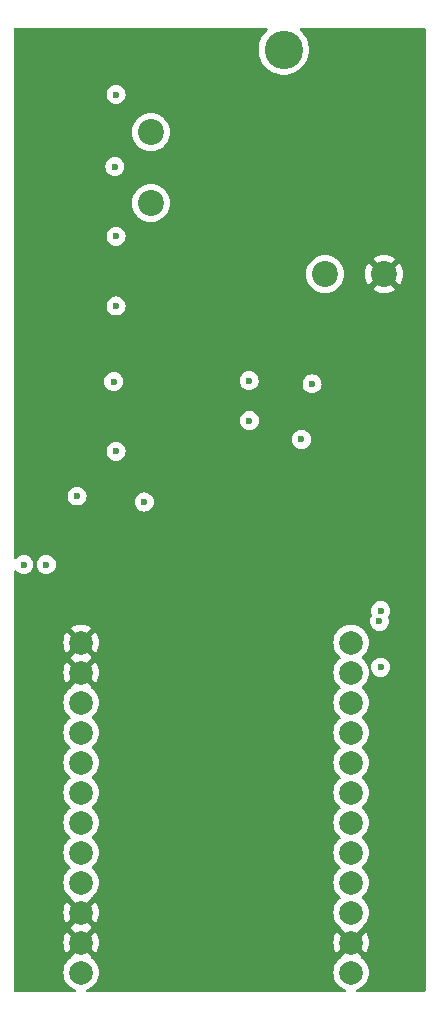
<source format=gbr>
%TF.GenerationSoftware,KiCad,Pcbnew,8.0.7*%
%TF.CreationDate,2024-12-30T07:44:03-08:00*%
%TF.ProjectId,motion-play-v3,6d6f7469-6f6e-42d7-906c-61792d76332e,rev?*%
%TF.SameCoordinates,Original*%
%TF.FileFunction,Copper,L2,Inr*%
%TF.FilePolarity,Positive*%
%FSLAX46Y46*%
G04 Gerber Fmt 4.6, Leading zero omitted, Abs format (unit mm)*
G04 Created by KiCad (PCBNEW 8.0.7) date 2024-12-30 07:44:03*
%MOMM*%
%LPD*%
G01*
G04 APERTURE LIST*
%TA.AperFunction,ComponentPad*%
%ADD10C,2.200000*%
%TD*%
%TA.AperFunction,WasherPad*%
%ADD11C,3.250000*%
%TD*%
%TA.AperFunction,ComponentPad*%
%ADD12C,2.000000*%
%TD*%
%TA.AperFunction,ViaPad*%
%ADD13C,0.600000*%
%TD*%
G04 APERTURE END LIST*
D10*
%TO.N,N/C*%
%TO.C,J2*%
X147747500Y-68887500D03*
X147747500Y-74887500D03*
%TO.N,/+5V*%
X162497500Y-80887500D03*
%TO.N,/GND*%
X167497500Y-80887500D03*
D11*
%TO.N,*%
X158997500Y-61887500D03*
%TD*%
D12*
%TO.N,Net-(3V2-Pad1)*%
%TO.C,U2*%
X164700000Y-112100000D03*
%TO.N,Net-(U2-1)*%
X164700000Y-114640000D03*
%TO.N,Net-(J3-Pin_2)*%
X164700000Y-117180000D03*
%TO.N,Net-(U2-3)*%
X164700000Y-119720000D03*
%TO.N,Net-(U2-10)*%
X164700000Y-122260000D03*
%TO.N,Net-(J4-Pin_3)*%
X164700000Y-124800000D03*
%TO.N,Net-(J6-Pin_3)*%
X164700000Y-127340000D03*
%TO.N,Net-(J8-Pin_3)*%
X164700000Y-129880000D03*
%TO.N,unconnected-(U2-NC-Pad9)*%
X164700000Y-132420000D03*
%TO.N,unconnected-(U2-NC-Pad10)*%
X164700000Y-134960000D03*
%TO.N,/GND*%
X164700000Y-137500000D03*
%TO.N,/+5V*%
X164700000Y-140040000D03*
%TO.N,/GND*%
X141838136Y-112100000D03*
X141838136Y-114640000D03*
%TO.N,/SDA*%
X141838136Y-117180000D03*
%TO.N,/SCL*%
X141838136Y-119720000D03*
%TO.N,Net-(U2-18)*%
X141838136Y-122260000D03*
%TO.N,Net-(U2-17)*%
X141838136Y-124800000D03*
%TO.N,Net-(U2-21)*%
X141838136Y-127340000D03*
%TO.N,Net-(U2-16)*%
X141838136Y-129880000D03*
%TO.N,unconnected-(U2-NC-Pad21)*%
X141838136Y-132420000D03*
%TO.N,/GND*%
X141838136Y-134960000D03*
X141838136Y-137500000D03*
%TO.N,Net-(3V1-Pad1)*%
X141838136Y-140040000D03*
%TD*%
D13*
%TO.N,/+3.3V*%
X156100000Y-93300000D03*
%TO.N,Net-(U2-18)*%
X167200000Y-109400000D03*
%TO.N,Net-(U2-17)*%
X167100000Y-110300000D03*
%TO.N,Net-(U2-21)*%
X167200000Y-114200000D03*
%TO.N,/GND*%
X161400000Y-86200000D03*
%TO.N,/+3.3V*%
X137000000Y-105500000D03*
X138900000Y-105500000D03*
%TO.N,/GND*%
X141500000Y-100700000D03*
%TO.N,/+3.3V*%
X141500000Y-99700000D03*
X156075000Y-89922500D03*
%TO.N,/GND*%
X154125001Y-90049173D03*
X148875000Y-86322500D03*
X155475000Y-87022500D03*
X156075000Y-86422500D03*
%TO.N,/+3.3V*%
X144800000Y-65700000D03*
X144700000Y-71800000D03*
X144800000Y-77700000D03*
X144800000Y-83600000D03*
X144600000Y-90000000D03*
X144800000Y-95900000D03*
X147197500Y-100200000D03*
%TO.N,/GND*%
X151097500Y-100200000D03*
X152597500Y-100400000D03*
X162597500Y-100200000D03*
%TO.N,/+5V*%
X160497500Y-94900000D03*
X161397500Y-90200000D03*
%TD*%
%TA.AperFunction,Conductor*%
%TO.N,/GND*%
G36*
X157605619Y-60070185D02*
G01*
X157651374Y-60122989D01*
X157661318Y-60192147D01*
X157632293Y-60255703D01*
X157616840Y-60270683D01*
X157571563Y-60307518D01*
X157543346Y-60330475D01*
X157344867Y-60542994D01*
X157177192Y-60780536D01*
X157177188Y-60780542D01*
X157043409Y-61038723D01*
X156946037Y-61312701D01*
X156946032Y-61312717D01*
X156886876Y-61597398D01*
X156886875Y-61597400D01*
X156867033Y-61887500D01*
X156886875Y-62177599D01*
X156886876Y-62177601D01*
X156946032Y-62462282D01*
X156946037Y-62462298D01*
X157043410Y-62736276D01*
X157043409Y-62736276D01*
X157177188Y-62994457D01*
X157177192Y-62994463D01*
X157344867Y-63232005D01*
X157344871Y-63232009D01*
X157344873Y-63232012D01*
X157543343Y-63444522D01*
X157543348Y-63444526D01*
X157543350Y-63444528D01*
X157768895Y-63628022D01*
X157768898Y-63628024D01*
X157768902Y-63628027D01*
X157899240Y-63707287D01*
X158017348Y-63779111D01*
X158284045Y-63894954D01*
X158284050Y-63894956D01*
X158564044Y-63973406D01*
X158817301Y-64008215D01*
X158852111Y-64013000D01*
X158852112Y-64013000D01*
X159142889Y-64013000D01*
X159173945Y-64008731D01*
X159430956Y-63973406D01*
X159710950Y-63894956D01*
X159977653Y-63779110D01*
X160226098Y-63628027D01*
X160451657Y-63444522D01*
X160650127Y-63232012D01*
X160817812Y-62994456D01*
X160951588Y-62736280D01*
X160951588Y-62736279D01*
X160951590Y-62736276D01*
X161048962Y-62462298D01*
X161048967Y-62462282D01*
X161081501Y-62305715D01*
X161108124Y-62177599D01*
X161127967Y-61887500D01*
X161108124Y-61597401D01*
X161090967Y-61514838D01*
X161048967Y-61312717D01*
X161048962Y-61312701D01*
X160951589Y-61038723D01*
X160951590Y-61038723D01*
X160817811Y-60780542D01*
X160817807Y-60780536D01*
X160650132Y-60542994D01*
X160650128Y-60542990D01*
X160650127Y-60542988D01*
X160451657Y-60330478D01*
X160378163Y-60270686D01*
X160338585Y-60213111D01*
X160336416Y-60143275D01*
X160372347Y-60083353D01*
X160434971Y-60052369D01*
X160456420Y-60050500D01*
X170888000Y-60050500D01*
X170955039Y-60070185D01*
X171000794Y-60122989D01*
X171012000Y-60174500D01*
X171012000Y-141575500D01*
X170992315Y-141642539D01*
X170939511Y-141688294D01*
X170888000Y-141699500D01*
X165230333Y-141699500D01*
X165163294Y-141679815D01*
X165117539Y-141627011D01*
X165107595Y-141557853D01*
X165136620Y-141494297D01*
X165190070Y-141458219D01*
X165243650Y-141439824D01*
X165304810Y-141418828D01*
X165523509Y-141300474D01*
X165719744Y-141147738D01*
X165888164Y-140964785D01*
X166024173Y-140756607D01*
X166124063Y-140528881D01*
X166185108Y-140287821D01*
X166205643Y-140040000D01*
X166185108Y-139792179D01*
X166124063Y-139551119D01*
X166024173Y-139323393D01*
X165888166Y-139115217D01*
X165867860Y-139093159D01*
X165719744Y-138932262D01*
X165673255Y-138896078D01*
X165616254Y-138851712D01*
X165575441Y-138795002D01*
X165568655Y-138746176D01*
X165570055Y-138723608D01*
X164829408Y-137982962D01*
X164892993Y-137965925D01*
X165007007Y-137900099D01*
X165100099Y-137807007D01*
X165165925Y-137692993D01*
X165182962Y-137629409D01*
X165923435Y-138369882D01*
X166023733Y-138216364D01*
X166123587Y-137988717D01*
X166184612Y-137747738D01*
X166184614Y-137747729D01*
X166205141Y-137500005D01*
X166205141Y-137499994D01*
X166184614Y-137252270D01*
X166184612Y-137252261D01*
X166123587Y-137011282D01*
X166023732Y-136783632D01*
X165923435Y-136630116D01*
X165182962Y-137370590D01*
X165165925Y-137307007D01*
X165100099Y-137192993D01*
X165007007Y-137099901D01*
X164892993Y-137034075D01*
X164829409Y-137017037D01*
X165570055Y-136276389D01*
X165568654Y-136253825D01*
X165584146Y-136185694D01*
X165616249Y-136148290D01*
X165719744Y-136067738D01*
X165888164Y-135884785D01*
X166024173Y-135676607D01*
X166124063Y-135448881D01*
X166185108Y-135207821D01*
X166205643Y-134960000D01*
X166189651Y-134767007D01*
X166185109Y-134712187D01*
X166185107Y-134712175D01*
X166124063Y-134471118D01*
X166024173Y-134243393D01*
X165888166Y-134035217D01*
X165782561Y-133920500D01*
X165719744Y-133852262D01*
X165636991Y-133787852D01*
X165596179Y-133731143D01*
X165592504Y-133661370D01*
X165627136Y-133600687D01*
X165636985Y-133592151D01*
X165719744Y-133527738D01*
X165888164Y-133344785D01*
X166024173Y-133136607D01*
X166124063Y-132908881D01*
X166185108Y-132667821D01*
X166205643Y-132420000D01*
X166185108Y-132172179D01*
X166124063Y-131931119D01*
X166024173Y-131703393D01*
X165888166Y-131495217D01*
X165866557Y-131471744D01*
X165719744Y-131312262D01*
X165636991Y-131247852D01*
X165596179Y-131191143D01*
X165592504Y-131121370D01*
X165627136Y-131060687D01*
X165636985Y-131052151D01*
X165719744Y-130987738D01*
X165888164Y-130804785D01*
X166024173Y-130596607D01*
X166124063Y-130368881D01*
X166185108Y-130127821D01*
X166205643Y-129880000D01*
X166185108Y-129632179D01*
X166124063Y-129391119D01*
X166024173Y-129163393D01*
X165888166Y-128955217D01*
X165866557Y-128931744D01*
X165719744Y-128772262D01*
X165636991Y-128707852D01*
X165596179Y-128651143D01*
X165592504Y-128581370D01*
X165627136Y-128520687D01*
X165636985Y-128512151D01*
X165719744Y-128447738D01*
X165888164Y-128264785D01*
X166024173Y-128056607D01*
X166124063Y-127828881D01*
X166185108Y-127587821D01*
X166205643Y-127340000D01*
X166185108Y-127092179D01*
X166124063Y-126851119D01*
X166024173Y-126623393D01*
X165888166Y-126415217D01*
X165866557Y-126391744D01*
X165719744Y-126232262D01*
X165636991Y-126167852D01*
X165596179Y-126111143D01*
X165592504Y-126041370D01*
X165627136Y-125980687D01*
X165636985Y-125972151D01*
X165719744Y-125907738D01*
X165888164Y-125724785D01*
X166024173Y-125516607D01*
X166124063Y-125288881D01*
X166185108Y-125047821D01*
X166205643Y-124800000D01*
X166185108Y-124552179D01*
X166124063Y-124311119D01*
X166024173Y-124083393D01*
X165888166Y-123875217D01*
X165866557Y-123851744D01*
X165719744Y-123692262D01*
X165636991Y-123627852D01*
X165596179Y-123571143D01*
X165592504Y-123501370D01*
X165627136Y-123440687D01*
X165636985Y-123432151D01*
X165719744Y-123367738D01*
X165888164Y-123184785D01*
X166024173Y-122976607D01*
X166124063Y-122748881D01*
X166185108Y-122507821D01*
X166205643Y-122260000D01*
X166185108Y-122012179D01*
X166124063Y-121771119D01*
X166024173Y-121543393D01*
X165888166Y-121335217D01*
X165866557Y-121311744D01*
X165719744Y-121152262D01*
X165636991Y-121087852D01*
X165596179Y-121031143D01*
X165592504Y-120961370D01*
X165627136Y-120900687D01*
X165636985Y-120892151D01*
X165719744Y-120827738D01*
X165888164Y-120644785D01*
X166024173Y-120436607D01*
X166124063Y-120208881D01*
X166185108Y-119967821D01*
X166205643Y-119720000D01*
X166185108Y-119472179D01*
X166124063Y-119231119D01*
X166024173Y-119003393D01*
X165888166Y-118795217D01*
X165866557Y-118771744D01*
X165719744Y-118612262D01*
X165636991Y-118547852D01*
X165596179Y-118491143D01*
X165592504Y-118421370D01*
X165627136Y-118360687D01*
X165636985Y-118352151D01*
X165719744Y-118287738D01*
X165888164Y-118104785D01*
X166024173Y-117896607D01*
X166124063Y-117668881D01*
X166185108Y-117427821D01*
X166205643Y-117180000D01*
X166185108Y-116932179D01*
X166124063Y-116691119D01*
X166024173Y-116463393D01*
X165888166Y-116255217D01*
X165866557Y-116231744D01*
X165719744Y-116072262D01*
X165636991Y-116007852D01*
X165596179Y-115951143D01*
X165592504Y-115881370D01*
X165627136Y-115820687D01*
X165636985Y-115812151D01*
X165719744Y-115747738D01*
X165888164Y-115564785D01*
X166024173Y-115356607D01*
X166124063Y-115128881D01*
X166185108Y-114887821D01*
X166189651Y-114832993D01*
X166205643Y-114640005D01*
X166205643Y-114639994D01*
X166192706Y-114483869D01*
X166206787Y-114415433D01*
X166255632Y-114365474D01*
X166323733Y-114349853D01*
X166389469Y-114373530D01*
X166431968Y-114428988D01*
X166433323Y-114432674D01*
X166474209Y-114549519D01*
X166531062Y-114640000D01*
X166570184Y-114702262D01*
X166697738Y-114829816D01*
X166850478Y-114925789D01*
X166911116Y-114947007D01*
X167020745Y-114985368D01*
X167020750Y-114985369D01*
X167199996Y-115005565D01*
X167200000Y-115005565D01*
X167200004Y-115005565D01*
X167379249Y-114985369D01*
X167379252Y-114985368D01*
X167379255Y-114985368D01*
X167549522Y-114925789D01*
X167702262Y-114829816D01*
X167829816Y-114702262D01*
X167925789Y-114549522D01*
X167985368Y-114379255D01*
X167988681Y-114349853D01*
X168005565Y-114200003D01*
X168005565Y-114199996D01*
X167985369Y-114020750D01*
X167985368Y-114020745D01*
X167925788Y-113850476D01*
X167875294Y-113770116D01*
X167829816Y-113697738D01*
X167702262Y-113570184D01*
X167641908Y-113532261D01*
X167549523Y-113474211D01*
X167379254Y-113414631D01*
X167379249Y-113414630D01*
X167200004Y-113394435D01*
X167199996Y-113394435D01*
X167020750Y-113414630D01*
X167020745Y-113414631D01*
X166850476Y-113474211D01*
X166697737Y-113570184D01*
X166570184Y-113697737D01*
X166474211Y-113850476D01*
X166414631Y-114020745D01*
X166414630Y-114020750D01*
X166394435Y-114199996D01*
X166394435Y-114200003D01*
X166397114Y-114223781D01*
X166385059Y-114292603D01*
X166337710Y-114343982D01*
X166270100Y-114361606D01*
X166203694Y-114339879D01*
X166159576Y-114285700D01*
X166153688Y-114268104D01*
X166124063Y-114151118D01*
X166024173Y-113923393D01*
X165888166Y-113715217D01*
X165866557Y-113691744D01*
X165719744Y-113532262D01*
X165636991Y-113467852D01*
X165596179Y-113411143D01*
X165592504Y-113341370D01*
X165627136Y-113280687D01*
X165636985Y-113272151D01*
X165719744Y-113207738D01*
X165888164Y-113024785D01*
X166024173Y-112816607D01*
X166124063Y-112588881D01*
X166185108Y-112347821D01*
X166205643Y-112100000D01*
X166189651Y-111907007D01*
X166185109Y-111852187D01*
X166185107Y-111852175D01*
X166124063Y-111611118D01*
X166024173Y-111383393D01*
X165888166Y-111175217D01*
X165866557Y-111151744D01*
X165719744Y-110992262D01*
X165523509Y-110839526D01*
X165523507Y-110839525D01*
X165523506Y-110839524D01*
X165304811Y-110721172D01*
X165304802Y-110721169D01*
X165069616Y-110640429D01*
X164824335Y-110599500D01*
X164575665Y-110599500D01*
X164330383Y-110640429D01*
X164095197Y-110721169D01*
X164095188Y-110721172D01*
X163876493Y-110839524D01*
X163680257Y-110992261D01*
X163511833Y-111175217D01*
X163375826Y-111383393D01*
X163275936Y-111611118D01*
X163214892Y-111852175D01*
X163214890Y-111852187D01*
X163194357Y-112099994D01*
X163194357Y-112100005D01*
X163214890Y-112347812D01*
X163214892Y-112347824D01*
X163275936Y-112588881D01*
X163375826Y-112816606D01*
X163511833Y-113024782D01*
X163511836Y-113024785D01*
X163680256Y-113207738D01*
X163763008Y-113272147D01*
X163803821Y-113328857D01*
X163807496Y-113398630D01*
X163772864Y-113459313D01*
X163763014Y-113467848D01*
X163754840Y-113474211D01*
X163680257Y-113532261D01*
X163511833Y-113715217D01*
X163375826Y-113923393D01*
X163275936Y-114151118D01*
X163214892Y-114392175D01*
X163214890Y-114392187D01*
X163194357Y-114639994D01*
X163194357Y-114640005D01*
X163214890Y-114887812D01*
X163214892Y-114887824D01*
X163275936Y-115128881D01*
X163375826Y-115356606D01*
X163511833Y-115564782D01*
X163511836Y-115564785D01*
X163680256Y-115747738D01*
X163763008Y-115812147D01*
X163803821Y-115868857D01*
X163807496Y-115938630D01*
X163772864Y-115999313D01*
X163763014Y-116007848D01*
X163704400Y-116053469D01*
X163680257Y-116072261D01*
X163511833Y-116255217D01*
X163375826Y-116463393D01*
X163275936Y-116691118D01*
X163214892Y-116932175D01*
X163214890Y-116932187D01*
X163194357Y-117179994D01*
X163194357Y-117180005D01*
X163214890Y-117427812D01*
X163214892Y-117427824D01*
X163275936Y-117668881D01*
X163375826Y-117896606D01*
X163511833Y-118104782D01*
X163511836Y-118104785D01*
X163680256Y-118287738D01*
X163763008Y-118352147D01*
X163803821Y-118408857D01*
X163807496Y-118478630D01*
X163772864Y-118539313D01*
X163763014Y-118547848D01*
X163704400Y-118593469D01*
X163680257Y-118612261D01*
X163511833Y-118795217D01*
X163375826Y-119003393D01*
X163275936Y-119231118D01*
X163214892Y-119472175D01*
X163214890Y-119472187D01*
X163194357Y-119719994D01*
X163194357Y-119720005D01*
X163214890Y-119967812D01*
X163214892Y-119967824D01*
X163275936Y-120208881D01*
X163375826Y-120436606D01*
X163511833Y-120644782D01*
X163511836Y-120644785D01*
X163680256Y-120827738D01*
X163763008Y-120892147D01*
X163803821Y-120948857D01*
X163807496Y-121018630D01*
X163772864Y-121079313D01*
X163763014Y-121087848D01*
X163704400Y-121133469D01*
X163680257Y-121152261D01*
X163511833Y-121335217D01*
X163375826Y-121543393D01*
X163275936Y-121771118D01*
X163214892Y-122012175D01*
X163214890Y-122012187D01*
X163194357Y-122259994D01*
X163194357Y-122260005D01*
X163214890Y-122507812D01*
X163214892Y-122507824D01*
X163275936Y-122748881D01*
X163375826Y-122976606D01*
X163511833Y-123184782D01*
X163511836Y-123184785D01*
X163680256Y-123367738D01*
X163763008Y-123432147D01*
X163803821Y-123488857D01*
X163807496Y-123558630D01*
X163772864Y-123619313D01*
X163763014Y-123627848D01*
X163704400Y-123673469D01*
X163680257Y-123692261D01*
X163511833Y-123875217D01*
X163375826Y-124083393D01*
X163275936Y-124311118D01*
X163214892Y-124552175D01*
X163214890Y-124552187D01*
X163194357Y-124799994D01*
X163194357Y-124800005D01*
X163214890Y-125047812D01*
X163214892Y-125047824D01*
X163275936Y-125288881D01*
X163375826Y-125516606D01*
X163511833Y-125724782D01*
X163511836Y-125724785D01*
X163680256Y-125907738D01*
X163763008Y-125972147D01*
X163803821Y-126028857D01*
X163807496Y-126098630D01*
X163772864Y-126159313D01*
X163763014Y-126167848D01*
X163704400Y-126213469D01*
X163680257Y-126232261D01*
X163511833Y-126415217D01*
X163375826Y-126623393D01*
X163275936Y-126851118D01*
X163214892Y-127092175D01*
X163214890Y-127092187D01*
X163194357Y-127339994D01*
X163194357Y-127340005D01*
X163214890Y-127587812D01*
X163214892Y-127587824D01*
X163275936Y-127828881D01*
X163375826Y-128056606D01*
X163511833Y-128264782D01*
X163511836Y-128264785D01*
X163680256Y-128447738D01*
X163763008Y-128512147D01*
X163803821Y-128568857D01*
X163807496Y-128638630D01*
X163772864Y-128699313D01*
X163763014Y-128707848D01*
X163704400Y-128753469D01*
X163680257Y-128772261D01*
X163511833Y-128955217D01*
X163375826Y-129163393D01*
X163275936Y-129391118D01*
X163214892Y-129632175D01*
X163214890Y-129632187D01*
X163194357Y-129879994D01*
X163194357Y-129880005D01*
X163214890Y-130127812D01*
X163214892Y-130127824D01*
X163275936Y-130368881D01*
X163375826Y-130596606D01*
X163511833Y-130804782D01*
X163511836Y-130804785D01*
X163680256Y-130987738D01*
X163763008Y-131052147D01*
X163803821Y-131108857D01*
X163807496Y-131178630D01*
X163772864Y-131239313D01*
X163763014Y-131247848D01*
X163704400Y-131293469D01*
X163680257Y-131312261D01*
X163511833Y-131495217D01*
X163375826Y-131703393D01*
X163275936Y-131931118D01*
X163214892Y-132172175D01*
X163214890Y-132172187D01*
X163194357Y-132419994D01*
X163194357Y-132420005D01*
X163214890Y-132667812D01*
X163214892Y-132667824D01*
X163275936Y-132908881D01*
X163375826Y-133136606D01*
X163511833Y-133344782D01*
X163511836Y-133344785D01*
X163680256Y-133527738D01*
X163763008Y-133592147D01*
X163803821Y-133648857D01*
X163807496Y-133718630D01*
X163772864Y-133779313D01*
X163763014Y-133787848D01*
X163748908Y-133798828D01*
X163680257Y-133852261D01*
X163511833Y-134035217D01*
X163375826Y-134243393D01*
X163275936Y-134471118D01*
X163214892Y-134712175D01*
X163214890Y-134712187D01*
X163194357Y-134959994D01*
X163194357Y-134960005D01*
X163214890Y-135207812D01*
X163214892Y-135207824D01*
X163275936Y-135448881D01*
X163375826Y-135676606D01*
X163511833Y-135884782D01*
X163511836Y-135884785D01*
X163680256Y-136067738D01*
X163757502Y-136127861D01*
X163783745Y-136148287D01*
X163824558Y-136204997D01*
X163831344Y-136253823D01*
X163829943Y-136276389D01*
X164570591Y-137017037D01*
X164507007Y-137034075D01*
X164392993Y-137099901D01*
X164299901Y-137192993D01*
X164234075Y-137307007D01*
X164217037Y-137370590D01*
X163476563Y-136630117D01*
X163376267Y-136783633D01*
X163376265Y-136783637D01*
X163276412Y-137011282D01*
X163215387Y-137252261D01*
X163215385Y-137252270D01*
X163194859Y-137499994D01*
X163194859Y-137500005D01*
X163215385Y-137747729D01*
X163215387Y-137747738D01*
X163276412Y-137988717D01*
X163376267Y-138216367D01*
X163476562Y-138369881D01*
X164217037Y-137629408D01*
X164234075Y-137692993D01*
X164299901Y-137807007D01*
X164392993Y-137900099D01*
X164507007Y-137965925D01*
X164570591Y-137982962D01*
X163829943Y-138723609D01*
X163831344Y-138746176D01*
X163815851Y-138814306D01*
X163783745Y-138851712D01*
X163680258Y-138932260D01*
X163511833Y-139115217D01*
X163375826Y-139323393D01*
X163275936Y-139551118D01*
X163214892Y-139792175D01*
X163214890Y-139792187D01*
X163194357Y-140039994D01*
X163194357Y-140040005D01*
X163214890Y-140287812D01*
X163214892Y-140287824D01*
X163275936Y-140528881D01*
X163375826Y-140756606D01*
X163511833Y-140964782D01*
X163511836Y-140964785D01*
X163680256Y-141147738D01*
X163876491Y-141300474D01*
X164095190Y-141418828D01*
X164138948Y-141433850D01*
X164209930Y-141458219D01*
X164266945Y-141498605D01*
X164293076Y-141563404D01*
X164280024Y-141632044D01*
X164231936Y-141682732D01*
X164169667Y-141699500D01*
X142368469Y-141699500D01*
X142301430Y-141679815D01*
X142255675Y-141627011D01*
X142245731Y-141557853D01*
X142274756Y-141494297D01*
X142328206Y-141458219D01*
X142381786Y-141439824D01*
X142442946Y-141418828D01*
X142661645Y-141300474D01*
X142857880Y-141147738D01*
X143026300Y-140964785D01*
X143162309Y-140756607D01*
X143262199Y-140528881D01*
X143323244Y-140287821D01*
X143343779Y-140040000D01*
X143323244Y-139792179D01*
X143262199Y-139551119D01*
X143162309Y-139323393D01*
X143026302Y-139115217D01*
X143005996Y-139093159D01*
X142857880Y-138932262D01*
X142811391Y-138896078D01*
X142754390Y-138851712D01*
X142713577Y-138795002D01*
X142706791Y-138746176D01*
X142708191Y-138723608D01*
X141967544Y-137982962D01*
X142031129Y-137965925D01*
X142145143Y-137900099D01*
X142238235Y-137807007D01*
X142304061Y-137692993D01*
X142321098Y-137629409D01*
X143061571Y-138369882D01*
X143161869Y-138216364D01*
X143261723Y-137988717D01*
X143322748Y-137747738D01*
X143322750Y-137747729D01*
X143343277Y-137500005D01*
X143343277Y-137499994D01*
X143322750Y-137252270D01*
X143322748Y-137252261D01*
X143261723Y-137011282D01*
X143161868Y-136783632D01*
X143061571Y-136630116D01*
X142321098Y-137370590D01*
X142304061Y-137307007D01*
X142238235Y-137192993D01*
X142145143Y-137099901D01*
X142031129Y-137034075D01*
X141967545Y-137017037D01*
X142708191Y-136276389D01*
X142705789Y-136237683D01*
X142705789Y-136222317D01*
X142708191Y-136183608D01*
X141967544Y-135442962D01*
X142031129Y-135425925D01*
X142145143Y-135360099D01*
X142238235Y-135267007D01*
X142304061Y-135152993D01*
X142321098Y-135089409D01*
X143061571Y-135829882D01*
X143161869Y-135676364D01*
X143261723Y-135448717D01*
X143322748Y-135207738D01*
X143322750Y-135207729D01*
X143343277Y-134960005D01*
X143343277Y-134959994D01*
X143322750Y-134712270D01*
X143322748Y-134712261D01*
X143261723Y-134471282D01*
X143161868Y-134243632D01*
X143061571Y-134090116D01*
X142321098Y-134830590D01*
X142304061Y-134767007D01*
X142238235Y-134652993D01*
X142145143Y-134559901D01*
X142031129Y-134494075D01*
X141967545Y-134477037D01*
X142708191Y-133736389D01*
X142706790Y-133713825D01*
X142722282Y-133645694D01*
X142754385Y-133608290D01*
X142857880Y-133527738D01*
X143026300Y-133344785D01*
X143162309Y-133136607D01*
X143262199Y-132908881D01*
X143323244Y-132667821D01*
X143343779Y-132420000D01*
X143323244Y-132172179D01*
X143262199Y-131931119D01*
X143162309Y-131703393D01*
X143026302Y-131495217D01*
X143004693Y-131471744D01*
X142857880Y-131312262D01*
X142775127Y-131247852D01*
X142734315Y-131191143D01*
X142730640Y-131121370D01*
X142765272Y-131060687D01*
X142775121Y-131052151D01*
X142857880Y-130987738D01*
X143026300Y-130804785D01*
X143162309Y-130596607D01*
X143262199Y-130368881D01*
X143323244Y-130127821D01*
X143343779Y-129880000D01*
X143323244Y-129632179D01*
X143262199Y-129391119D01*
X143162309Y-129163393D01*
X143026302Y-128955217D01*
X143004693Y-128931744D01*
X142857880Y-128772262D01*
X142775127Y-128707852D01*
X142734315Y-128651143D01*
X142730640Y-128581370D01*
X142765272Y-128520687D01*
X142775121Y-128512151D01*
X142857880Y-128447738D01*
X143026300Y-128264785D01*
X143162309Y-128056607D01*
X143262199Y-127828881D01*
X143323244Y-127587821D01*
X143343779Y-127340000D01*
X143323244Y-127092179D01*
X143262199Y-126851119D01*
X143162309Y-126623393D01*
X143026302Y-126415217D01*
X143004693Y-126391744D01*
X142857880Y-126232262D01*
X142775127Y-126167852D01*
X142734315Y-126111143D01*
X142730640Y-126041370D01*
X142765272Y-125980687D01*
X142775121Y-125972151D01*
X142857880Y-125907738D01*
X143026300Y-125724785D01*
X143162309Y-125516607D01*
X143262199Y-125288881D01*
X143323244Y-125047821D01*
X143343779Y-124800000D01*
X143323244Y-124552179D01*
X143262199Y-124311119D01*
X143162309Y-124083393D01*
X143026302Y-123875217D01*
X143004693Y-123851744D01*
X142857880Y-123692262D01*
X142775127Y-123627852D01*
X142734315Y-123571143D01*
X142730640Y-123501370D01*
X142765272Y-123440687D01*
X142775121Y-123432151D01*
X142857880Y-123367738D01*
X143026300Y-123184785D01*
X143162309Y-122976607D01*
X143262199Y-122748881D01*
X143323244Y-122507821D01*
X143343779Y-122260000D01*
X143323244Y-122012179D01*
X143262199Y-121771119D01*
X143162309Y-121543393D01*
X143026302Y-121335217D01*
X143004693Y-121311744D01*
X142857880Y-121152262D01*
X142775127Y-121087852D01*
X142734315Y-121031143D01*
X142730640Y-120961370D01*
X142765272Y-120900687D01*
X142775121Y-120892151D01*
X142857880Y-120827738D01*
X143026300Y-120644785D01*
X143162309Y-120436607D01*
X143262199Y-120208881D01*
X143323244Y-119967821D01*
X143343779Y-119720000D01*
X143323244Y-119472179D01*
X143262199Y-119231119D01*
X143162309Y-119003393D01*
X143026302Y-118795217D01*
X143004693Y-118771744D01*
X142857880Y-118612262D01*
X142775127Y-118547852D01*
X142734315Y-118491143D01*
X142730640Y-118421370D01*
X142765272Y-118360687D01*
X142775121Y-118352151D01*
X142857880Y-118287738D01*
X143026300Y-118104785D01*
X143162309Y-117896607D01*
X143262199Y-117668881D01*
X143323244Y-117427821D01*
X143343779Y-117180000D01*
X143323244Y-116932179D01*
X143262199Y-116691119D01*
X143162309Y-116463393D01*
X143026302Y-116255217D01*
X143005996Y-116233159D01*
X142857880Y-116072262D01*
X142775129Y-116007854D01*
X142754390Y-115991712D01*
X142713577Y-115935002D01*
X142706791Y-115886176D01*
X142708191Y-115863608D01*
X141967544Y-115122962D01*
X142031129Y-115105925D01*
X142145143Y-115040099D01*
X142238235Y-114947007D01*
X142304061Y-114832993D01*
X142321098Y-114769409D01*
X143061571Y-115509882D01*
X143161869Y-115356364D01*
X143261723Y-115128717D01*
X143322748Y-114887738D01*
X143322750Y-114887729D01*
X143343277Y-114640005D01*
X143343277Y-114639994D01*
X143322750Y-114392270D01*
X143322748Y-114392261D01*
X143261723Y-114151282D01*
X143161868Y-113923632D01*
X143061571Y-113770116D01*
X142321098Y-114510590D01*
X142304061Y-114447007D01*
X142238235Y-114332993D01*
X142145143Y-114239901D01*
X142031129Y-114174075D01*
X141967545Y-114157037D01*
X142708191Y-113416389D01*
X142705789Y-113377683D01*
X142705789Y-113362317D01*
X142708191Y-113323608D01*
X141967544Y-112582962D01*
X142031129Y-112565925D01*
X142145143Y-112500099D01*
X142238235Y-112407007D01*
X142304061Y-112292993D01*
X142321098Y-112229409D01*
X143061571Y-112969882D01*
X143161869Y-112816364D01*
X143261723Y-112588717D01*
X143322748Y-112347738D01*
X143322750Y-112347729D01*
X143343277Y-112100005D01*
X143343277Y-112099994D01*
X143322750Y-111852270D01*
X143322748Y-111852261D01*
X143261723Y-111611282D01*
X143161868Y-111383632D01*
X143061571Y-111230116D01*
X142321098Y-111970590D01*
X142304061Y-111907007D01*
X142238235Y-111792993D01*
X142145143Y-111699901D01*
X142031129Y-111634075D01*
X141967545Y-111617037D01*
X142708191Y-110876389D01*
X142708191Y-110876388D01*
X142661372Y-110839947D01*
X142661367Y-110839944D01*
X142442750Y-110721635D01*
X142442739Y-110721630D01*
X142207629Y-110640916D01*
X141962429Y-110600000D01*
X141713843Y-110600000D01*
X141468642Y-110640916D01*
X141233532Y-110721630D01*
X141233521Y-110721635D01*
X141014906Y-110839943D01*
X140968079Y-110876389D01*
X141708727Y-111617037D01*
X141645143Y-111634075D01*
X141531129Y-111699901D01*
X141438037Y-111792993D01*
X141372211Y-111907007D01*
X141355173Y-111970590D01*
X140614699Y-111230117D01*
X140514403Y-111383633D01*
X140514401Y-111383637D01*
X140414548Y-111611282D01*
X140353523Y-111852261D01*
X140353521Y-111852270D01*
X140332995Y-112099994D01*
X140332995Y-112100005D01*
X140353521Y-112347729D01*
X140353523Y-112347738D01*
X140414548Y-112588717D01*
X140514403Y-112816367D01*
X140614698Y-112969881D01*
X141355173Y-112229408D01*
X141372211Y-112292993D01*
X141438037Y-112407007D01*
X141531129Y-112500099D01*
X141645143Y-112565925D01*
X141708727Y-112582962D01*
X140968079Y-113323609D01*
X140970482Y-113362315D01*
X140970482Y-113377681D01*
X140968079Y-113416389D01*
X141708727Y-114157037D01*
X141645143Y-114174075D01*
X141531129Y-114239901D01*
X141438037Y-114332993D01*
X141372211Y-114447007D01*
X141355173Y-114510590D01*
X140614699Y-113770117D01*
X140514403Y-113923633D01*
X140514401Y-113923637D01*
X140414548Y-114151282D01*
X140353523Y-114392261D01*
X140353521Y-114392270D01*
X140332995Y-114639994D01*
X140332995Y-114640005D01*
X140353521Y-114887729D01*
X140353523Y-114887738D01*
X140414548Y-115128717D01*
X140514403Y-115356367D01*
X140614698Y-115509881D01*
X141355173Y-114769408D01*
X141372211Y-114832993D01*
X141438037Y-114947007D01*
X141531129Y-115040099D01*
X141645143Y-115105925D01*
X141708727Y-115122962D01*
X140968079Y-115863609D01*
X140969480Y-115886176D01*
X140953987Y-115954306D01*
X140921881Y-115991712D01*
X140818394Y-116072260D01*
X140649969Y-116255217D01*
X140513962Y-116463393D01*
X140414072Y-116691118D01*
X140353028Y-116932175D01*
X140353026Y-116932187D01*
X140332493Y-117179994D01*
X140332493Y-117180005D01*
X140353026Y-117427812D01*
X140353028Y-117427824D01*
X140414072Y-117668881D01*
X140513962Y-117896606D01*
X140649969Y-118104782D01*
X140649972Y-118104785D01*
X140818392Y-118287738D01*
X140901144Y-118352147D01*
X140941957Y-118408857D01*
X140945632Y-118478630D01*
X140911000Y-118539313D01*
X140901150Y-118547848D01*
X140842536Y-118593469D01*
X140818393Y-118612261D01*
X140649969Y-118795217D01*
X140513962Y-119003393D01*
X140414072Y-119231118D01*
X140353028Y-119472175D01*
X140353026Y-119472187D01*
X140332493Y-119719994D01*
X140332493Y-119720005D01*
X140353026Y-119967812D01*
X140353028Y-119967824D01*
X140414072Y-120208881D01*
X140513962Y-120436606D01*
X140649969Y-120644782D01*
X140649972Y-120644785D01*
X140818392Y-120827738D01*
X140901144Y-120892147D01*
X140941957Y-120948857D01*
X140945632Y-121018630D01*
X140911000Y-121079313D01*
X140901150Y-121087848D01*
X140842536Y-121133469D01*
X140818393Y-121152261D01*
X140649969Y-121335217D01*
X140513962Y-121543393D01*
X140414072Y-121771118D01*
X140353028Y-122012175D01*
X140353026Y-122012187D01*
X140332493Y-122259994D01*
X140332493Y-122260005D01*
X140353026Y-122507812D01*
X140353028Y-122507824D01*
X140414072Y-122748881D01*
X140513962Y-122976606D01*
X140649969Y-123184782D01*
X140649972Y-123184785D01*
X140818392Y-123367738D01*
X140901144Y-123432147D01*
X140941957Y-123488857D01*
X140945632Y-123558630D01*
X140911000Y-123619313D01*
X140901150Y-123627848D01*
X140842536Y-123673469D01*
X140818393Y-123692261D01*
X140649969Y-123875217D01*
X140513962Y-124083393D01*
X140414072Y-124311118D01*
X140353028Y-124552175D01*
X140353026Y-124552187D01*
X140332493Y-124799994D01*
X140332493Y-124800005D01*
X140353026Y-125047812D01*
X140353028Y-125047824D01*
X140414072Y-125288881D01*
X140513962Y-125516606D01*
X140649969Y-125724782D01*
X140649972Y-125724785D01*
X140818392Y-125907738D01*
X140901144Y-125972147D01*
X140941957Y-126028857D01*
X140945632Y-126098630D01*
X140911000Y-126159313D01*
X140901150Y-126167848D01*
X140842536Y-126213469D01*
X140818393Y-126232261D01*
X140649969Y-126415217D01*
X140513962Y-126623393D01*
X140414072Y-126851118D01*
X140353028Y-127092175D01*
X140353026Y-127092187D01*
X140332493Y-127339994D01*
X140332493Y-127340005D01*
X140353026Y-127587812D01*
X140353028Y-127587824D01*
X140414072Y-127828881D01*
X140513962Y-128056606D01*
X140649969Y-128264782D01*
X140649972Y-128264785D01*
X140818392Y-128447738D01*
X140901144Y-128512147D01*
X140941957Y-128568857D01*
X140945632Y-128638630D01*
X140911000Y-128699313D01*
X140901150Y-128707848D01*
X140842536Y-128753469D01*
X140818393Y-128772261D01*
X140649969Y-128955217D01*
X140513962Y-129163393D01*
X140414072Y-129391118D01*
X140353028Y-129632175D01*
X140353026Y-129632187D01*
X140332493Y-129879994D01*
X140332493Y-129880005D01*
X140353026Y-130127812D01*
X140353028Y-130127824D01*
X140414072Y-130368881D01*
X140513962Y-130596606D01*
X140649969Y-130804782D01*
X140649972Y-130804785D01*
X140818392Y-130987738D01*
X140901144Y-131052147D01*
X140941957Y-131108857D01*
X140945632Y-131178630D01*
X140911000Y-131239313D01*
X140901150Y-131247848D01*
X140842536Y-131293469D01*
X140818393Y-131312261D01*
X140649969Y-131495217D01*
X140513962Y-131703393D01*
X140414072Y-131931118D01*
X140353028Y-132172175D01*
X140353026Y-132172187D01*
X140332493Y-132419994D01*
X140332493Y-132420005D01*
X140353026Y-132667812D01*
X140353028Y-132667824D01*
X140414072Y-132908881D01*
X140513962Y-133136606D01*
X140649969Y-133344782D01*
X140649972Y-133344785D01*
X140818392Y-133527738D01*
X140895638Y-133587861D01*
X140921881Y-133608287D01*
X140962694Y-133664997D01*
X140969480Y-133713823D01*
X140968079Y-133736389D01*
X141708727Y-134477037D01*
X141645143Y-134494075D01*
X141531129Y-134559901D01*
X141438037Y-134652993D01*
X141372211Y-134767007D01*
X141355173Y-134830590D01*
X140614699Y-134090117D01*
X140514403Y-134243633D01*
X140514401Y-134243637D01*
X140414548Y-134471282D01*
X140353523Y-134712261D01*
X140353521Y-134712270D01*
X140332995Y-134959994D01*
X140332995Y-134960005D01*
X140353521Y-135207729D01*
X140353523Y-135207738D01*
X140414548Y-135448717D01*
X140514403Y-135676367D01*
X140614698Y-135829881D01*
X141355173Y-135089408D01*
X141372211Y-135152993D01*
X141438037Y-135267007D01*
X141531129Y-135360099D01*
X141645143Y-135425925D01*
X141708727Y-135442962D01*
X140968079Y-136183609D01*
X140970482Y-136222315D01*
X140970482Y-136237681D01*
X140968079Y-136276389D01*
X141708727Y-137017037D01*
X141645143Y-137034075D01*
X141531129Y-137099901D01*
X141438037Y-137192993D01*
X141372211Y-137307007D01*
X141355173Y-137370590D01*
X140614699Y-136630117D01*
X140514403Y-136783633D01*
X140514401Y-136783637D01*
X140414548Y-137011282D01*
X140353523Y-137252261D01*
X140353521Y-137252270D01*
X140332995Y-137499994D01*
X140332995Y-137500005D01*
X140353521Y-137747729D01*
X140353523Y-137747738D01*
X140414548Y-137988717D01*
X140514403Y-138216367D01*
X140614698Y-138369881D01*
X141355173Y-137629408D01*
X141372211Y-137692993D01*
X141438037Y-137807007D01*
X141531129Y-137900099D01*
X141645143Y-137965925D01*
X141708727Y-137982962D01*
X140968079Y-138723609D01*
X140969480Y-138746176D01*
X140953987Y-138814306D01*
X140921881Y-138851712D01*
X140818394Y-138932260D01*
X140649969Y-139115217D01*
X140513962Y-139323393D01*
X140414072Y-139551118D01*
X140353028Y-139792175D01*
X140353026Y-139792187D01*
X140332493Y-140039994D01*
X140332493Y-140040005D01*
X140353026Y-140287812D01*
X140353028Y-140287824D01*
X140414072Y-140528881D01*
X140513962Y-140756606D01*
X140649969Y-140964782D01*
X140649972Y-140964785D01*
X140818392Y-141147738D01*
X141014627Y-141300474D01*
X141233326Y-141418828D01*
X141277084Y-141433850D01*
X141348066Y-141458219D01*
X141405081Y-141498605D01*
X141431212Y-141563404D01*
X141418160Y-141632044D01*
X141370072Y-141682732D01*
X141307803Y-141699500D01*
X136287000Y-141699500D01*
X136219961Y-141679815D01*
X136174206Y-141627011D01*
X136163000Y-141575500D01*
X136163000Y-110299996D01*
X166294435Y-110299996D01*
X166294435Y-110300003D01*
X166314630Y-110479249D01*
X166314631Y-110479254D01*
X166374211Y-110649523D01*
X166470184Y-110802262D01*
X166597738Y-110929816D01*
X166688080Y-110986582D01*
X166697118Y-110992261D01*
X166750478Y-111025789D01*
X166920745Y-111085368D01*
X166920750Y-111085369D01*
X167099996Y-111105565D01*
X167100000Y-111105565D01*
X167100004Y-111105565D01*
X167279249Y-111085369D01*
X167279252Y-111085368D01*
X167279255Y-111085368D01*
X167449522Y-111025789D01*
X167602262Y-110929816D01*
X167729816Y-110802262D01*
X167825789Y-110649522D01*
X167885368Y-110479255D01*
X167905565Y-110300000D01*
X167885368Y-110120745D01*
X167836115Y-109979988D01*
X167832554Y-109910209D01*
X167848162Y-109873064D01*
X167925789Y-109749522D01*
X167985368Y-109579255D01*
X168005565Y-109400000D01*
X167985368Y-109220745D01*
X167925789Y-109050478D01*
X167829816Y-108897738D01*
X167702262Y-108770184D01*
X167549523Y-108674211D01*
X167379254Y-108614631D01*
X167379249Y-108614630D01*
X167200004Y-108594435D01*
X167199996Y-108594435D01*
X167020750Y-108614630D01*
X167020745Y-108614631D01*
X166850476Y-108674211D01*
X166697737Y-108770184D01*
X166570184Y-108897737D01*
X166474211Y-109050476D01*
X166414631Y-109220745D01*
X166414630Y-109220750D01*
X166394435Y-109399996D01*
X166394435Y-109400003D01*
X166414630Y-109579249D01*
X166414632Y-109579257D01*
X166463884Y-109720011D01*
X166467445Y-109789789D01*
X166451836Y-109826937D01*
X166374211Y-109950476D01*
X166314631Y-110120745D01*
X166314630Y-110120750D01*
X166294435Y-110299996D01*
X136163000Y-110299996D01*
X136163000Y-106094440D01*
X136182685Y-106027401D01*
X136235489Y-105981646D01*
X136304647Y-105971702D01*
X136368203Y-106000727D01*
X136374681Y-106006759D01*
X136497738Y-106129816D01*
X136650478Y-106225789D01*
X136820745Y-106285368D01*
X136820750Y-106285369D01*
X136999996Y-106305565D01*
X137000000Y-106305565D01*
X137000004Y-106305565D01*
X137179249Y-106285369D01*
X137179252Y-106285368D01*
X137179255Y-106285368D01*
X137349522Y-106225789D01*
X137502262Y-106129816D01*
X137629816Y-106002262D01*
X137725789Y-105849522D01*
X137785368Y-105679255D01*
X137805565Y-105500000D01*
X137805565Y-105499996D01*
X138094435Y-105499996D01*
X138094435Y-105500003D01*
X138114630Y-105679249D01*
X138114631Y-105679254D01*
X138174211Y-105849523D01*
X138250982Y-105971702D01*
X138270184Y-106002262D01*
X138397738Y-106129816D01*
X138550478Y-106225789D01*
X138720745Y-106285368D01*
X138720750Y-106285369D01*
X138899996Y-106305565D01*
X138900000Y-106305565D01*
X138900004Y-106305565D01*
X139079249Y-106285369D01*
X139079252Y-106285368D01*
X139079255Y-106285368D01*
X139249522Y-106225789D01*
X139402262Y-106129816D01*
X139529816Y-106002262D01*
X139625789Y-105849522D01*
X139685368Y-105679255D01*
X139705565Y-105500000D01*
X139685368Y-105320745D01*
X139625789Y-105150478D01*
X139529816Y-104997738D01*
X139402262Y-104870184D01*
X139249523Y-104774211D01*
X139079254Y-104714631D01*
X139079249Y-104714630D01*
X138900004Y-104694435D01*
X138899996Y-104694435D01*
X138720750Y-104714630D01*
X138720745Y-104714631D01*
X138550476Y-104774211D01*
X138397737Y-104870184D01*
X138270184Y-104997737D01*
X138174211Y-105150476D01*
X138114631Y-105320745D01*
X138114630Y-105320750D01*
X138094435Y-105499996D01*
X137805565Y-105499996D01*
X137785368Y-105320745D01*
X137725789Y-105150478D01*
X137629816Y-104997738D01*
X137502262Y-104870184D01*
X137349523Y-104774211D01*
X137179254Y-104714631D01*
X137179249Y-104714630D01*
X137000004Y-104694435D01*
X136999996Y-104694435D01*
X136820750Y-104714630D01*
X136820745Y-104714631D01*
X136650476Y-104774211D01*
X136497737Y-104870184D01*
X136374681Y-104993241D01*
X136313358Y-105026726D01*
X136243666Y-105021742D01*
X136187733Y-104979870D01*
X136163316Y-104914406D01*
X136163000Y-104905560D01*
X136163000Y-99699996D01*
X140694435Y-99699996D01*
X140694435Y-99700003D01*
X140714630Y-99879249D01*
X140714631Y-99879254D01*
X140774211Y-100049523D01*
X140868760Y-100199996D01*
X140870184Y-100202262D01*
X140997738Y-100329816D01*
X141150478Y-100425789D01*
X141320745Y-100485368D01*
X141320750Y-100485369D01*
X141499996Y-100505565D01*
X141500000Y-100505565D01*
X141500004Y-100505565D01*
X141679249Y-100485369D01*
X141679252Y-100485368D01*
X141679255Y-100485368D01*
X141849522Y-100425789D01*
X142002262Y-100329816D01*
X142129816Y-100202262D01*
X142131240Y-100199996D01*
X146391935Y-100199996D01*
X146391935Y-100200003D01*
X146412130Y-100379249D01*
X146412131Y-100379254D01*
X146471711Y-100549523D01*
X146567684Y-100702262D01*
X146695238Y-100829816D01*
X146847978Y-100925789D01*
X147018245Y-100985368D01*
X147018250Y-100985369D01*
X147197496Y-101005565D01*
X147197500Y-101005565D01*
X147197504Y-101005565D01*
X147376749Y-100985369D01*
X147376752Y-100985368D01*
X147376755Y-100985368D01*
X147547022Y-100925789D01*
X147699762Y-100829816D01*
X147827316Y-100702262D01*
X147923289Y-100549522D01*
X147982868Y-100379255D01*
X147982869Y-100379249D01*
X148003065Y-100200003D01*
X148003065Y-100199996D01*
X147982869Y-100020750D01*
X147982868Y-100020745D01*
X147923289Y-99850478D01*
X147827316Y-99697738D01*
X147699762Y-99570184D01*
X147547023Y-99474211D01*
X147376754Y-99414631D01*
X147376749Y-99414630D01*
X147197504Y-99394435D01*
X147197496Y-99394435D01*
X147018250Y-99414630D01*
X147018245Y-99414631D01*
X146847976Y-99474211D01*
X146695237Y-99570184D01*
X146567684Y-99697737D01*
X146471711Y-99850476D01*
X146412131Y-100020745D01*
X146412130Y-100020750D01*
X146391935Y-100199996D01*
X142131240Y-100199996D01*
X142225789Y-100049522D01*
X142285368Y-99879255D01*
X142285369Y-99879249D01*
X142305565Y-99700003D01*
X142305565Y-99699996D01*
X142285369Y-99520750D01*
X142285368Y-99520745D01*
X142225788Y-99350476D01*
X142129815Y-99197737D01*
X142002262Y-99070184D01*
X141849523Y-98974211D01*
X141679254Y-98914631D01*
X141679249Y-98914630D01*
X141500004Y-98894435D01*
X141499996Y-98894435D01*
X141320750Y-98914630D01*
X141320745Y-98914631D01*
X141150476Y-98974211D01*
X140997737Y-99070184D01*
X140870184Y-99197737D01*
X140774211Y-99350476D01*
X140714631Y-99520745D01*
X140714630Y-99520750D01*
X140694435Y-99699996D01*
X136163000Y-99699996D01*
X136163000Y-95899996D01*
X143994435Y-95899996D01*
X143994435Y-95900003D01*
X144014630Y-96079249D01*
X144014631Y-96079254D01*
X144074211Y-96249523D01*
X144170184Y-96402262D01*
X144297738Y-96529816D01*
X144450478Y-96625789D01*
X144620745Y-96685368D01*
X144620750Y-96685369D01*
X144799996Y-96705565D01*
X144800000Y-96705565D01*
X144800004Y-96705565D01*
X144979249Y-96685369D01*
X144979252Y-96685368D01*
X144979255Y-96685368D01*
X145149522Y-96625789D01*
X145302262Y-96529816D01*
X145429816Y-96402262D01*
X145525789Y-96249522D01*
X145585368Y-96079255D01*
X145605565Y-95900000D01*
X145585368Y-95720745D01*
X145525789Y-95550478D01*
X145429816Y-95397738D01*
X145302262Y-95270184D01*
X145269379Y-95249522D01*
X145149523Y-95174211D01*
X144979254Y-95114631D01*
X144979249Y-95114630D01*
X144800004Y-95094435D01*
X144799996Y-95094435D01*
X144620750Y-95114630D01*
X144620745Y-95114631D01*
X144450476Y-95174211D01*
X144297737Y-95270184D01*
X144170184Y-95397737D01*
X144074211Y-95550476D01*
X144014631Y-95720745D01*
X144014630Y-95720750D01*
X143994435Y-95899996D01*
X136163000Y-95899996D01*
X136163000Y-94899996D01*
X159691935Y-94899996D01*
X159691935Y-94900003D01*
X159712130Y-95079249D01*
X159712131Y-95079254D01*
X159771711Y-95249523D01*
X159864841Y-95397737D01*
X159867684Y-95402262D01*
X159995238Y-95529816D01*
X160147978Y-95625789D01*
X160318245Y-95685368D01*
X160318250Y-95685369D01*
X160497496Y-95705565D01*
X160497500Y-95705565D01*
X160497504Y-95705565D01*
X160676749Y-95685369D01*
X160676752Y-95685368D01*
X160676755Y-95685368D01*
X160847022Y-95625789D01*
X160999762Y-95529816D01*
X161127316Y-95402262D01*
X161223289Y-95249522D01*
X161282868Y-95079255D01*
X161303065Y-94900000D01*
X161282868Y-94720745D01*
X161223289Y-94550478D01*
X161127316Y-94397738D01*
X160999762Y-94270184D01*
X160847023Y-94174211D01*
X160676754Y-94114631D01*
X160676749Y-94114630D01*
X160497504Y-94094435D01*
X160497496Y-94094435D01*
X160318250Y-94114630D01*
X160318245Y-94114631D01*
X160147976Y-94174211D01*
X159995237Y-94270184D01*
X159867684Y-94397737D01*
X159771711Y-94550476D01*
X159712131Y-94720745D01*
X159712130Y-94720750D01*
X159691935Y-94899996D01*
X136163000Y-94899996D01*
X136163000Y-93299996D01*
X155294435Y-93299996D01*
X155294435Y-93300003D01*
X155314630Y-93479249D01*
X155314631Y-93479254D01*
X155374211Y-93649523D01*
X155470184Y-93802262D01*
X155597738Y-93929816D01*
X155750478Y-94025789D01*
X155920745Y-94085368D01*
X155920750Y-94085369D01*
X156099996Y-94105565D01*
X156100000Y-94105565D01*
X156100004Y-94105565D01*
X156279249Y-94085369D01*
X156279252Y-94085368D01*
X156279255Y-94085368D01*
X156449522Y-94025789D01*
X156602262Y-93929816D01*
X156729816Y-93802262D01*
X156825789Y-93649522D01*
X156885368Y-93479255D01*
X156905565Y-93300000D01*
X156885368Y-93120745D01*
X156825789Y-92950478D01*
X156729816Y-92797738D01*
X156602262Y-92670184D01*
X156449523Y-92574211D01*
X156279254Y-92514631D01*
X156279249Y-92514630D01*
X156100004Y-92494435D01*
X156099996Y-92494435D01*
X155920750Y-92514630D01*
X155920745Y-92514631D01*
X155750476Y-92574211D01*
X155597737Y-92670184D01*
X155470184Y-92797737D01*
X155374211Y-92950476D01*
X155314631Y-93120745D01*
X155314630Y-93120750D01*
X155294435Y-93299996D01*
X136163000Y-93299996D01*
X136163000Y-89999996D01*
X143794435Y-89999996D01*
X143794435Y-90000003D01*
X143814630Y-90179249D01*
X143814631Y-90179254D01*
X143874211Y-90349523D01*
X143921487Y-90424762D01*
X143970184Y-90502262D01*
X144097738Y-90629816D01*
X144127136Y-90648288D01*
X144221958Y-90707869D01*
X144250478Y-90725789D01*
X144420745Y-90785368D01*
X144420750Y-90785369D01*
X144599996Y-90805565D01*
X144600000Y-90805565D01*
X144600004Y-90805565D01*
X144779249Y-90785369D01*
X144779252Y-90785368D01*
X144779255Y-90785368D01*
X144949522Y-90725789D01*
X145102262Y-90629816D01*
X145229816Y-90502262D01*
X145325789Y-90349522D01*
X145385368Y-90179255D01*
X145394100Y-90101755D01*
X145405565Y-90000003D01*
X145405565Y-89999996D01*
X145396833Y-89922496D01*
X155269435Y-89922496D01*
X155269435Y-89922503D01*
X155289630Y-90101749D01*
X155289631Y-90101754D01*
X155349211Y-90272023D01*
X155397908Y-90349523D01*
X155445184Y-90424762D01*
X155572738Y-90552316D01*
X155725478Y-90648289D01*
X155879724Y-90702262D01*
X155895745Y-90707868D01*
X155895750Y-90707869D01*
X156074996Y-90728065D01*
X156075000Y-90728065D01*
X156075004Y-90728065D01*
X156254249Y-90707869D01*
X156254252Y-90707868D01*
X156254255Y-90707868D01*
X156424522Y-90648289D01*
X156577262Y-90552316D01*
X156704816Y-90424762D01*
X156800789Y-90272022D01*
X156825992Y-90199996D01*
X160591935Y-90199996D01*
X160591935Y-90200003D01*
X160612130Y-90379249D01*
X160612131Y-90379254D01*
X160671711Y-90549523D01*
X160722162Y-90629815D01*
X160767684Y-90702262D01*
X160895238Y-90829816D01*
X161047978Y-90925789D01*
X161218245Y-90985368D01*
X161218250Y-90985369D01*
X161397496Y-91005565D01*
X161397500Y-91005565D01*
X161397504Y-91005565D01*
X161576749Y-90985369D01*
X161576752Y-90985368D01*
X161576755Y-90985368D01*
X161747022Y-90925789D01*
X161899762Y-90829816D01*
X162027316Y-90702262D01*
X162123289Y-90549522D01*
X162182868Y-90379255D01*
X162203065Y-90200000D01*
X162191995Y-90101754D01*
X162182869Y-90020750D01*
X162182868Y-90020745D01*
X162175608Y-89999996D01*
X162123289Y-89850478D01*
X162104606Y-89820745D01*
X162027315Y-89697737D01*
X161899762Y-89570184D01*
X161747023Y-89474211D01*
X161576754Y-89414631D01*
X161576749Y-89414630D01*
X161397504Y-89394435D01*
X161397496Y-89394435D01*
X161218250Y-89414630D01*
X161218245Y-89414631D01*
X161047976Y-89474211D01*
X160895237Y-89570184D01*
X160767684Y-89697737D01*
X160671711Y-89850476D01*
X160612131Y-90020745D01*
X160612130Y-90020750D01*
X160591935Y-90199996D01*
X156825992Y-90199996D01*
X156860368Y-90101755D01*
X156871833Y-90000000D01*
X156880565Y-89922503D01*
X156880565Y-89922496D01*
X156860369Y-89743250D01*
X156860368Y-89743245D01*
X156800788Y-89572976D01*
X156761582Y-89510580D01*
X156704816Y-89420238D01*
X156577262Y-89292684D01*
X156424523Y-89196711D01*
X156254254Y-89137131D01*
X156254249Y-89137130D01*
X156075004Y-89116935D01*
X156074996Y-89116935D01*
X155895750Y-89137130D01*
X155895745Y-89137131D01*
X155725476Y-89196711D01*
X155572737Y-89292684D01*
X155445184Y-89420237D01*
X155349211Y-89572976D01*
X155289631Y-89743245D01*
X155289630Y-89743250D01*
X155269435Y-89922496D01*
X145396833Y-89922496D01*
X145385369Y-89820750D01*
X145385368Y-89820745D01*
X145358251Y-89743250D01*
X145325789Y-89650478D01*
X145229816Y-89497738D01*
X145102262Y-89370184D01*
X144978922Y-89292684D01*
X144949523Y-89274211D01*
X144779254Y-89214631D01*
X144779249Y-89214630D01*
X144600004Y-89194435D01*
X144599996Y-89194435D01*
X144420750Y-89214630D01*
X144420745Y-89214631D01*
X144250476Y-89274211D01*
X144097737Y-89370184D01*
X143970184Y-89497737D01*
X143874211Y-89650476D01*
X143814631Y-89820745D01*
X143814630Y-89820750D01*
X143794435Y-89999996D01*
X136163000Y-89999996D01*
X136163000Y-83599996D01*
X143994435Y-83599996D01*
X143994435Y-83600003D01*
X144014630Y-83779249D01*
X144014631Y-83779254D01*
X144074211Y-83949523D01*
X144170184Y-84102262D01*
X144297738Y-84229816D01*
X144450478Y-84325789D01*
X144620745Y-84385368D01*
X144620750Y-84385369D01*
X144799996Y-84405565D01*
X144800000Y-84405565D01*
X144800004Y-84405565D01*
X144979249Y-84385369D01*
X144979252Y-84385368D01*
X144979255Y-84385368D01*
X145149522Y-84325789D01*
X145302262Y-84229816D01*
X145429816Y-84102262D01*
X145525789Y-83949522D01*
X145585368Y-83779255D01*
X145605565Y-83600000D01*
X145585368Y-83420745D01*
X145525789Y-83250478D01*
X145429816Y-83097738D01*
X145302262Y-82970184D01*
X145149523Y-82874211D01*
X144979254Y-82814631D01*
X144979249Y-82814630D01*
X144800004Y-82794435D01*
X144799996Y-82794435D01*
X144620750Y-82814630D01*
X144620745Y-82814631D01*
X144450476Y-82874211D01*
X144297737Y-82970184D01*
X144170184Y-83097737D01*
X144074211Y-83250476D01*
X144014631Y-83420745D01*
X144014630Y-83420750D01*
X143994435Y-83599996D01*
X136163000Y-83599996D01*
X136163000Y-80887500D01*
X160892051Y-80887500D01*
X160911817Y-81138651D01*
X160970626Y-81383610D01*
X161067033Y-81616359D01*
X161198660Y-81831153D01*
X161198661Y-81831156D01*
X161198664Y-81831159D01*
X161362276Y-82022724D01*
X161510566Y-82149375D01*
X161553843Y-82186338D01*
X161553846Y-82186339D01*
X161768640Y-82317966D01*
X162000237Y-82413896D01*
X162001389Y-82414373D01*
X162246352Y-82473183D01*
X162497500Y-82492949D01*
X162748648Y-82473183D01*
X162993611Y-82414373D01*
X163226359Y-82317966D01*
X163441159Y-82186336D01*
X163632724Y-82022724D01*
X163796336Y-81831159D01*
X163927966Y-81616359D01*
X164024373Y-81383611D01*
X164083183Y-81138648D01*
X164102949Y-80887500D01*
X165892552Y-80887500D01*
X165912312Y-81138572D01*
X165971103Y-81383456D01*
X166067480Y-81616131D01*
X166199068Y-81830862D01*
X166199766Y-81831679D01*
X166932887Y-81098558D01*
X166938389Y-81119091D01*
X167017381Y-81255908D01*
X167129092Y-81367619D01*
X167265909Y-81446611D01*
X167286440Y-81452112D01*
X166553319Y-82185232D01*
X166553319Y-82185233D01*
X166554134Y-82185929D01*
X166768868Y-82317519D01*
X167001543Y-82413896D01*
X167246427Y-82472687D01*
X167497500Y-82492447D01*
X167748572Y-82472687D01*
X167993456Y-82413896D01*
X168226131Y-82317519D01*
X168440861Y-82185932D01*
X168440863Y-82185930D01*
X168441680Y-82185232D01*
X167708559Y-81452112D01*
X167729091Y-81446611D01*
X167865908Y-81367619D01*
X167977619Y-81255908D01*
X168056611Y-81119091D01*
X168062112Y-81098559D01*
X168795232Y-81831680D01*
X168795930Y-81830863D01*
X168795932Y-81830861D01*
X168927519Y-81616131D01*
X169023896Y-81383456D01*
X169082687Y-81138572D01*
X169102447Y-80887500D01*
X169082687Y-80636427D01*
X169023896Y-80391543D01*
X168927519Y-80158868D01*
X168795929Y-79944134D01*
X168795233Y-79943319D01*
X168795232Y-79943319D01*
X168062112Y-80676439D01*
X168056611Y-80655909D01*
X167977619Y-80519092D01*
X167865908Y-80407381D01*
X167729091Y-80328389D01*
X167708557Y-80322887D01*
X168441679Y-79589766D01*
X168440862Y-79589068D01*
X168226131Y-79457480D01*
X167993456Y-79361103D01*
X167748572Y-79302312D01*
X167497500Y-79282552D01*
X167246427Y-79302312D01*
X167001543Y-79361103D01*
X166768868Y-79457480D01*
X166554137Y-79589067D01*
X166553318Y-79589766D01*
X167286440Y-80322887D01*
X167265909Y-80328389D01*
X167129092Y-80407381D01*
X167017381Y-80519092D01*
X166938389Y-80655909D01*
X166932887Y-80676440D01*
X166199766Y-79943318D01*
X166199067Y-79944137D01*
X166067480Y-80158868D01*
X165971103Y-80391543D01*
X165912312Y-80636427D01*
X165892552Y-80887500D01*
X164102949Y-80887500D01*
X164083183Y-80636352D01*
X164024373Y-80391389D01*
X163927966Y-80158641D01*
X163927966Y-80158640D01*
X163796517Y-79944137D01*
X163796338Y-79943845D01*
X163796338Y-79943843D01*
X163759375Y-79900566D01*
X163632724Y-79752276D01*
X163506071Y-79644104D01*
X163441156Y-79588661D01*
X163441153Y-79588660D01*
X163226359Y-79457033D01*
X162993610Y-79360626D01*
X162748651Y-79301817D01*
X162497500Y-79282051D01*
X162246348Y-79301817D01*
X162001389Y-79360626D01*
X161768640Y-79457033D01*
X161553846Y-79588660D01*
X161553843Y-79588661D01*
X161362276Y-79752276D01*
X161198661Y-79943843D01*
X161198660Y-79943846D01*
X161067033Y-80158640D01*
X160970626Y-80391389D01*
X160911817Y-80636348D01*
X160892051Y-80887500D01*
X136163000Y-80887500D01*
X136163000Y-77699996D01*
X143994435Y-77699996D01*
X143994435Y-77700003D01*
X144014630Y-77879249D01*
X144014631Y-77879254D01*
X144074211Y-78049523D01*
X144170184Y-78202262D01*
X144297738Y-78329816D01*
X144450478Y-78425789D01*
X144620745Y-78485368D01*
X144620750Y-78485369D01*
X144799996Y-78505565D01*
X144800000Y-78505565D01*
X144800004Y-78505565D01*
X144979249Y-78485369D01*
X144979252Y-78485368D01*
X144979255Y-78485368D01*
X145149522Y-78425789D01*
X145302262Y-78329816D01*
X145429816Y-78202262D01*
X145525789Y-78049522D01*
X145585368Y-77879255D01*
X145605565Y-77700000D01*
X145585368Y-77520745D01*
X145525789Y-77350478D01*
X145429816Y-77197738D01*
X145302262Y-77070184D01*
X145149523Y-76974211D01*
X144979254Y-76914631D01*
X144979249Y-76914630D01*
X144800004Y-76894435D01*
X144799996Y-76894435D01*
X144620750Y-76914630D01*
X144620745Y-76914631D01*
X144450476Y-76974211D01*
X144297737Y-77070184D01*
X144170184Y-77197737D01*
X144074211Y-77350476D01*
X144014631Y-77520745D01*
X144014630Y-77520750D01*
X143994435Y-77699996D01*
X136163000Y-77699996D01*
X136163000Y-74887500D01*
X146142051Y-74887500D01*
X146161817Y-75138651D01*
X146220626Y-75383610D01*
X146317033Y-75616359D01*
X146448660Y-75831153D01*
X146448661Y-75831156D01*
X146448664Y-75831159D01*
X146612276Y-76022724D01*
X146760566Y-76149375D01*
X146803843Y-76186338D01*
X146803846Y-76186339D01*
X147018640Y-76317966D01*
X147251389Y-76414373D01*
X147496352Y-76473183D01*
X147747500Y-76492949D01*
X147998648Y-76473183D01*
X148243611Y-76414373D01*
X148476359Y-76317966D01*
X148691159Y-76186336D01*
X148882724Y-76022724D01*
X149046336Y-75831159D01*
X149177966Y-75616359D01*
X149274373Y-75383611D01*
X149333183Y-75138648D01*
X149352949Y-74887500D01*
X149333183Y-74636352D01*
X149274373Y-74391389D01*
X149177966Y-74158641D01*
X149177966Y-74158640D01*
X149046339Y-73943846D01*
X149046338Y-73943843D01*
X149009375Y-73900566D01*
X148882724Y-73752276D01*
X148756071Y-73644104D01*
X148691156Y-73588661D01*
X148691153Y-73588660D01*
X148476359Y-73457033D01*
X148243610Y-73360626D01*
X147998651Y-73301817D01*
X147747500Y-73282051D01*
X147496348Y-73301817D01*
X147251389Y-73360626D01*
X147018640Y-73457033D01*
X146803846Y-73588660D01*
X146803843Y-73588661D01*
X146612276Y-73752276D01*
X146448661Y-73943843D01*
X146448660Y-73943846D01*
X146317033Y-74158640D01*
X146220626Y-74391389D01*
X146161817Y-74636348D01*
X146142051Y-74887500D01*
X136163000Y-74887500D01*
X136163000Y-71799996D01*
X143894435Y-71799996D01*
X143894435Y-71800003D01*
X143914630Y-71979249D01*
X143914631Y-71979254D01*
X143974211Y-72149523D01*
X144070184Y-72302262D01*
X144197738Y-72429816D01*
X144350478Y-72525789D01*
X144520745Y-72585368D01*
X144520750Y-72585369D01*
X144699996Y-72605565D01*
X144700000Y-72605565D01*
X144700004Y-72605565D01*
X144879249Y-72585369D01*
X144879252Y-72585368D01*
X144879255Y-72585368D01*
X145049522Y-72525789D01*
X145202262Y-72429816D01*
X145329816Y-72302262D01*
X145425789Y-72149522D01*
X145485368Y-71979255D01*
X145505565Y-71800000D01*
X145485368Y-71620745D01*
X145425789Y-71450478D01*
X145329816Y-71297738D01*
X145202262Y-71170184D01*
X145049523Y-71074211D01*
X144879254Y-71014631D01*
X144879249Y-71014630D01*
X144700004Y-70994435D01*
X144699996Y-70994435D01*
X144520750Y-71014630D01*
X144520745Y-71014631D01*
X144350476Y-71074211D01*
X144197737Y-71170184D01*
X144070184Y-71297737D01*
X143974211Y-71450476D01*
X143914631Y-71620745D01*
X143914630Y-71620750D01*
X143894435Y-71799996D01*
X136163000Y-71799996D01*
X136163000Y-68887500D01*
X146142051Y-68887500D01*
X146161817Y-69138651D01*
X146220626Y-69383610D01*
X146317033Y-69616359D01*
X146448660Y-69831153D01*
X146448661Y-69831156D01*
X146448664Y-69831159D01*
X146612276Y-70022724D01*
X146760566Y-70149375D01*
X146803843Y-70186338D01*
X146803846Y-70186339D01*
X147018640Y-70317966D01*
X147251389Y-70414373D01*
X147496352Y-70473183D01*
X147747500Y-70492949D01*
X147998648Y-70473183D01*
X148243611Y-70414373D01*
X148476359Y-70317966D01*
X148691159Y-70186336D01*
X148882724Y-70022724D01*
X149046336Y-69831159D01*
X149177966Y-69616359D01*
X149274373Y-69383611D01*
X149333183Y-69138648D01*
X149352949Y-68887500D01*
X149333183Y-68636352D01*
X149274373Y-68391389D01*
X149177966Y-68158641D01*
X149177966Y-68158640D01*
X149046339Y-67943846D01*
X149046338Y-67943843D01*
X149009375Y-67900566D01*
X148882724Y-67752276D01*
X148756071Y-67644104D01*
X148691156Y-67588661D01*
X148691153Y-67588660D01*
X148476359Y-67457033D01*
X148243610Y-67360626D01*
X147998651Y-67301817D01*
X147747500Y-67282051D01*
X147496348Y-67301817D01*
X147251389Y-67360626D01*
X147018640Y-67457033D01*
X146803846Y-67588660D01*
X146803843Y-67588661D01*
X146612276Y-67752276D01*
X146448661Y-67943843D01*
X146448660Y-67943846D01*
X146317033Y-68158640D01*
X146220626Y-68391389D01*
X146161817Y-68636348D01*
X146142051Y-68887500D01*
X136163000Y-68887500D01*
X136163000Y-65699996D01*
X143994435Y-65699996D01*
X143994435Y-65700003D01*
X144014630Y-65879249D01*
X144014631Y-65879254D01*
X144074211Y-66049523D01*
X144170184Y-66202262D01*
X144297738Y-66329816D01*
X144450478Y-66425789D01*
X144620745Y-66485368D01*
X144620750Y-66485369D01*
X144799996Y-66505565D01*
X144800000Y-66505565D01*
X144800004Y-66505565D01*
X144979249Y-66485369D01*
X144979252Y-66485368D01*
X144979255Y-66485368D01*
X145149522Y-66425789D01*
X145302262Y-66329816D01*
X145429816Y-66202262D01*
X145525789Y-66049522D01*
X145585368Y-65879255D01*
X145605565Y-65700000D01*
X145585368Y-65520745D01*
X145525789Y-65350478D01*
X145429816Y-65197738D01*
X145302262Y-65070184D01*
X145149523Y-64974211D01*
X144979254Y-64914631D01*
X144979249Y-64914630D01*
X144800004Y-64894435D01*
X144799996Y-64894435D01*
X144620750Y-64914630D01*
X144620745Y-64914631D01*
X144450476Y-64974211D01*
X144297737Y-65070184D01*
X144170184Y-65197737D01*
X144074211Y-65350476D01*
X144014631Y-65520745D01*
X144014630Y-65520750D01*
X143994435Y-65699996D01*
X136163000Y-65699996D01*
X136163000Y-60174500D01*
X136182685Y-60107461D01*
X136235489Y-60061706D01*
X136287000Y-60050500D01*
X157538580Y-60050500D01*
X157605619Y-60070185D01*
G37*
%TD.AperFunction*%
%TD*%
M02*

</source>
